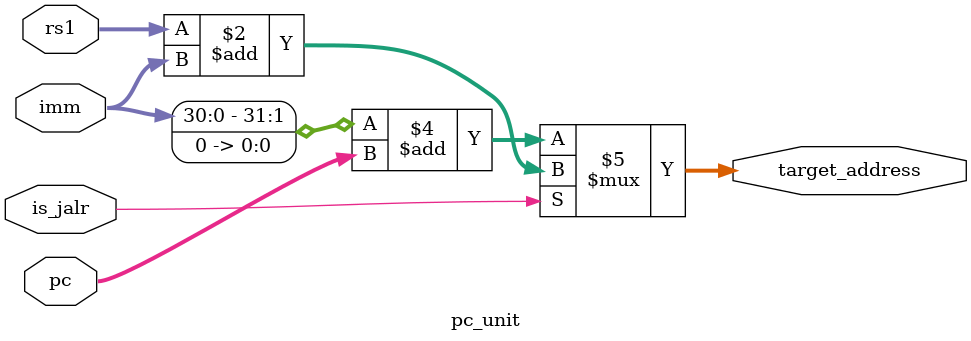
<source format=v>

module pc_unit(
    input [31:0] pc,
    input [31:0] rs1,
    input [31:0] imm,
    input is_jalr,
    output reg [31:0] target_address
);

always @(*) begin
    target_address = ((is_jalr) ? (rs1 + imm) : ((imm << 1) + pc));
end

endmodule

</source>
